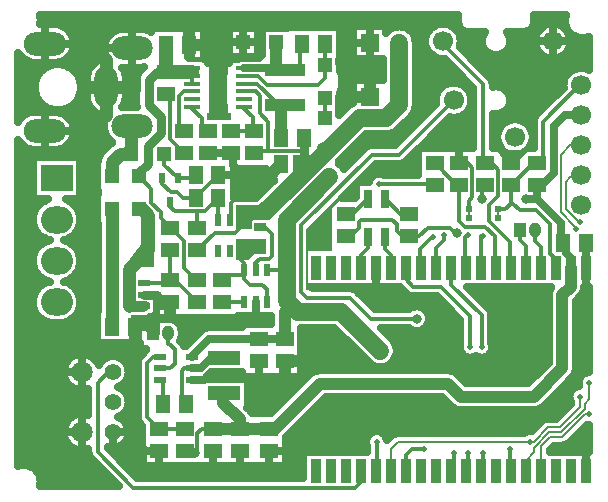
<source format=gbr>
G04 DipTrace 3.3.1.3*
G04 Top.gbr*
%MOIN*%
G04 #@! TF.FileFunction,Copper,L1,Top*
G04 #@! TF.Part,Single*
%AMOUTLINE0*
4,1,4,
0.023622,-0.023622,
-0.023622,-0.023622,
-0.023622,0.023622,
0.023622,0.023622,
0.023622,-0.023622,
0*%
G04 #@! TA.AperFunction,Conductor*
%ADD14C,0.012992*%
G04 #@! TA.AperFunction,CopperBalancing*
%ADD15C,0.03937*%
%ADD16C,0.025984*%
G04 #@! TA.AperFunction,Conductor*
%ADD17C,0.007874*%
%ADD18C,0.029528*%
%ADD19C,0.011811*%
G04 #@! TA.AperFunction,ViaPad*
%ADD20C,0.031496*%
G04 #@! TA.AperFunction,Conductor*
%ADD21C,0.059055*%
G04 #@! TA.AperFunction,ViaPad*
%ADD24C,0.019685*%
G04 #@! TA.AperFunction,Conductor*
%ADD25C,0.047244*%
G04 #@! TA.AperFunction,Nonconductor*
%ADD26C,0.043307*%
G04 #@! TA.AperFunction,CopperBalancing*
%ADD28C,0.025*%
%ADD31R,0.059055X0.051181*%
%ADD32R,0.051181X0.059055*%
%ADD34R,0.047244X0.047244*%
%ADD38R,0.031496X0.062992*%
G04 #@! TA.AperFunction,ComponentPad*
%ADD40O,0.137795X0.07874*%
%ADD41O,0.07874X0.137795*%
%ADD42O,0.141732X0.07874*%
%ADD43C,0.066929*%
%ADD44R,0.066929X0.066929*%
%ADD45R,0.05937X0.05937*%
%ADD46C,0.05937*%
%ADD47R,0.106299X0.090551*%
%ADD48O,0.106299X0.090551*%
%ADD51R,0.03937X0.051181*%
%ADD52O,0.03937X0.051181*%
%ADD55R,0.133858X0.043307*%
%ADD56R,0.106299X0.045276*%
%ADD57R,0.043307X0.133858*%
%ADD59R,0.041339X0.025591*%
%ADD61R,0.019685X0.033465*%
%ADD62R,0.019685X0.019685*%
%ADD65R,0.043307X0.023622*%
%ADD70R,0.055118X0.011811*%
%ADD71R,0.062992X0.110236*%
%ADD73R,0.023622X0.043307*%
G04 #@! TA.AperFunction,ComponentPad*
%ADD74C,0.055118*%
%ADD75C,0.070866*%
%ADD76R,0.035433X0.07874*%
%ADD77R,0.11811X0.19685*%
G04 #@! TA.AperFunction,ViaPad*
%ADD78C,0.04*%
%ADD170OUTLINE0*%
%FSLAX26Y26*%
G04*
G70*
G90*
G75*
G01*
G04 Top*
%LPD*%
X1006213Y782004D2*
D16*
X1044626D1*
X1070024Y807402D1*
X1073961D1*
X2318055Y1236535D2*
Y1153858D1*
X1928291Y1319213D2*
D17*
Y1350709D1*
X1896795Y1504252D2*
D14*
X1924354D1*
X1940102Y1488504D1*
Y1390079D1*
X1928291Y1378268D1*
Y1350709D1*
X845614Y1065276D2*
D18*
X888921D1*
Y1039685D1*
X932228D1*
X2070024Y1504252D2*
D14*
Y1492441D1*
X2136953Y1559370D1*
Y1740472D1*
X2259000Y1862520D1*
X2302307D1*
X1018843Y1388110D2*
X1005063D1*
X1003094Y1386142D1*
X975535D1*
X955850Y1405827D1*
X936165D1*
X906635Y1435357D1*
Y1455039D1*
X814118Y957008D2*
D16*
X854669D1*
X875732Y935945D1*
X1176323Y1905827D2*
D14*
X1118825D1*
X1101520Y1810639D1*
X1093646Y1755236D1*
X1018843Y1388110D2*
Y1390079D1*
X1093646Y1464882D1*
X1058213Y1535748D2*
D16*
X1136953D1*
X1131047Y1315276D2*
D14*
X1133016D1*
Y1325118D1*
X1136953Y1329055D1*
Y1370394D1*
X1172386Y1405827D1*
Y1421575D1*
X1199945Y1468819D2*
D16*
X1172386D1*
X1142858Y1498346D1*
Y1529843D1*
X1136953Y1535748D1*
X1180260Y1819213D2*
X1290496D1*
X1294433Y1815276D1*
X1314118D1*
D15*
X1286559D1*
Y1905827D1*
X1314118Y1815276D2*
D14*
Y1819213D1*
X1357425D1*
X1365299Y1827087D1*
Y1901890D1*
X1373173D1*
X920417Y1732598D2*
X932228D1*
Y1582992D1*
X979472Y1535748D1*
X1314118Y1697165D2*
D15*
X1302307D1*
Y1586929D1*
X1314118Y1697165D2*
D14*
X1294433D1*
X1223567Y1768031D1*
D19*
X1180260D1*
X1203882Y1543622D2*
D14*
X1211756Y1535748D1*
X1213724D1*
X1377110Y1586929D2*
D20*
Y1543622D1*
Y1500315D1*
Y1543622D2*
D14*
X1259000D1*
X1221598D1*
X1213724Y1535748D1*
X1180260Y1742441D2*
D19*
X1217661D1*
D14*
X1231441Y1728661D1*
Y1669606D1*
X1259000Y1642047D1*
Y1543622D1*
X1696005Y1724724D2*
D21*
Y1697163D1*
X1652701Y1653858D1*
X1564118D1*
X1453882Y1543622D1*
X1447976D1*
X1453882D2*
X1256050Y1345790D1*
D14*
X1175864D1*
X1168449Y1338375D1*
Y1315276D1*
X1377110Y1500315D2*
X1404669D1*
X1447976Y1543622D1*
X1168449Y1315276D2*
Y1291654D1*
X1148764Y1271969D1*
X1081835D1*
X1022780Y1212913D1*
X1696005Y1903856D2*
D21*
Y1724724D1*
X1136953Y1610551D2*
D14*
X1213724D1*
X1207819D1*
Y1657795D1*
D19*
X1180260Y1685354D1*
Y1691260D1*
X2156638Y1504252D2*
D14*
X2144827D1*
X2070024Y1429449D1*
X2156638Y1504252D2*
X2176323D1*
Y1642047D1*
X2296795Y1762520D1*
X2302307D1*
X2026717Y1319213D2*
D17*
Y1350709D1*
X2070024Y1429449D2*
D14*
Y1374331D1*
X2075827Y1368528D1*
X2097583Y1346772D1*
X2152701D1*
X2199945Y1299528D1*
Y1201102D1*
X2211756Y1189291D1*
Y1154252D1*
X2218055D1*
X2026717Y1350709D2*
X2050339D1*
X2068157Y1368528D1*
X2075827D1*
X1105457Y1114488D2*
X1121205Y1130236D1*
X1180260D1*
Y1145984D1*
X1168449Y1208976D2*
Y1212913D1*
X1227504D1*
X1231441Y1216850D1*
X1255063Y1039685D2*
Y1082992D1*
X1239315Y1098740D1*
X1199945D1*
X1180260Y1118425D1*
Y1145984D1*
X1168449Y1208976D2*
Y1181417D1*
X1180260Y1169606D1*
Y1145984D1*
X1164512Y618425D2*
D15*
X1262937D1*
X1282622D1*
X1432228Y768031D1*
X1849551D1*
X2268055Y1154252D2*
Y1092047D1*
X2239315Y1063307D1*
Y819213D1*
X2144827Y724724D1*
X1900732D1*
X1857425Y768031D1*
X1849551D1*
X1113331Y736535D2*
X1109394D1*
Y705039D1*
X1164512Y649921D1*
Y618425D1*
X1113331Y736535D2*
D14*
D3*
X1101520Y697165D2*
X1109394Y705039D1*
X1073961Y618425D2*
D15*
X1164512D1*
X2268055Y1154252D2*
D16*
Y1188110D1*
X2251126Y1205039D1*
Y1236535D1*
X2243252D1*
X2235378D1*
Y1303465D1*
X2156638Y1382205D1*
X2117268D1*
X2302307Y1662520D2*
X2247976D1*
X2211756Y1626299D1*
Y1468819D1*
X2176323Y1433386D1*
X2160575D1*
X2156638Y1429449D1*
Y1382205D1*
X980524Y543622D2*
D14*
X1022780D1*
Y602677D1*
X1038528Y618425D1*
X1073961D1*
X1014906Y535748D2*
X988398D1*
X980524Y543622D1*
X1727504Y1260157D2*
X1703882D1*
X1688134Y1275906D1*
Y1299528D1*
X1672386Y1315276D1*
X1570024D1*
X1562150Y1307402D1*
Y1287717D1*
X1542465Y1268031D1*
X1526717D1*
X1518843Y1260157D1*
X1888921Y1271969D2*
Y1264094D1*
X1865299Y1287717D1*
X1790496D1*
X1762937Y1260157D1*
X1727504D1*
X1983409Y1429449D2*
X1971598D1*
Y1382205D1*
X1841677Y1909764D2*
Y1901890D1*
X1975535Y1768031D1*
Y1504252D1*
X1983409D1*
X1975535D2*
Y1496378D1*
X2010969D1*
X2026717Y1480630D1*
Y1394016D1*
X1995220Y1362520D1*
Y1311339D1*
X2066087Y1240472D1*
Y1152283D1*
X2068055Y1154252D1*
X2118094Y476220D2*
D17*
X2117268D1*
Y512126D1*
X2144827Y539685D1*
Y555433D1*
X2196008Y606614D1*
X2235378D1*
X2314118Y685354D1*
Y701102D1*
X2329866Y716850D1*
Y771969D1*
X1648764Y1256220D2*
D14*
Y1216850D1*
X1668055Y1197559D1*
Y1154252D1*
X1568436Y476218D2*
Y439672D1*
X1550339Y421575D1*
X810181D1*
X692071Y539685D1*
Y771969D1*
X726717Y806614D1*
X741283D1*
X2302307Y1562520D2*
D17*
X2266087D1*
X2235378Y1531811D1*
Y1338898D1*
X2282622Y1291654D1*
Y1283780D1*
X2286559D1*
X2133016Y575118D2*
X1692071D1*
X1668436Y551483D1*
Y476218D1*
X2133016Y575118D2*
X2144827D1*
X2192071Y622362D1*
X2231441D1*
X2298370Y689291D1*
Y724724D1*
X1648764Y1382205D2*
D14*
X1652701D1*
X1699945Y1334961D1*
X1727504D1*
X1932228Y890079D2*
Y992441D1*
X1833803Y1090866D1*
X1743252D1*
X1718055Y1116063D1*
Y1154252D1*
X1621205Y575118D2*
Y478987D1*
X1618436Y476218D1*
X829866Y1350709D2*
D26*
X837782D1*
X857446Y1331045D1*
Y1224724D1*
X845614Y1027874D2*
D14*
X794433D1*
D26*
Y1149921D1*
X857446Y1212934D1*
Y1224724D1*
X932228Y1114488D2*
D14*
X947976D1*
X1022780Y1039685D1*
X845614Y1102677D2*
X920417D1*
X932228Y1114488D1*
Y1212913D2*
Y1114488D1*
X1924354Y1264094D2*
X1916480Y1256220D1*
Y1189291D1*
X1918055Y1187717D1*
Y1154252D1*
X1971598Y890079D2*
Y996378D1*
X1869236Y1098740D1*
Y1118425D1*
X1868055Y1119606D1*
Y1154252D1*
X1975535Y1260157D2*
X1968055D1*
Y1154252D1*
X739315Y1460945D2*
D26*
Y1508189D1*
X764909Y1533783D1*
X802308D1*
Y1622364D1*
X806244Y1626299D1*
X1007031Y1742441D2*
D19*
X977504D1*
D14*
X963724Y1728661D1*
Y1610551D1*
X979472D1*
X1180260Y1793622D2*
D19*
X1225535D1*
D14*
X1255063Y1764094D1*
X1424354D1*
X1447976Y1787717D1*
Y1831024D1*
Y1901890D1*
X1231441Y1291654D2*
X1247189D1*
X1270811Y1268031D1*
Y1193228D1*
X1262937Y1185354D1*
X1231441D1*
X1215693Y1169606D1*
Y1145984D1*
X1217661D1*
X1093646Y1388110D2*
Y1315276D1*
X932228Y1372362D2*
Y1358583D1*
X947976Y1342835D1*
X1022780D1*
X1048370D1*
X1093646Y1388110D1*
X1022780Y1287717D2*
Y1342835D1*
X1007031Y1691260D2*
D19*
Y1685354D1*
D14*
X1038528Y1653858D1*
Y1630236D1*
X1058213Y1610551D1*
X899913Y782004D2*
X905450D1*
X909449Y778005D1*
Y700988D1*
X1006213Y819406D2*
D16*
X1034783D1*
X1070024Y854646D1*
X1113331D1*
X1006213Y819406D2*
D14*
X979665D1*
X971598Y811339D1*
Y720787D1*
X984252Y708134D1*
Y700988D1*
X2302307Y1462520D2*
D17*
X2281047D1*
X2286559Y1457008D1*
X2266874D1*
X2251126Y1441260D1*
Y1350709D1*
X2294433Y1307402D1*
X2298370D1*
X2168094Y476220D2*
Y559016D1*
X2199945Y590866D1*
X2239315D1*
X2314118Y665669D1*
X2329866D1*
X895328Y618425D2*
D14*
X980524D1*
X899913Y856807D2*
X875335D1*
X855958Y837430D1*
Y657795D1*
X895328Y618425D1*
X1447976Y1720787D2*
Y1653858D1*
X1593646Y1382205D2*
X1589709D1*
X1542465Y1334961D1*
X1518843D1*
X1007031Y1793622D2*
D19*
Y1819213D1*
Y1768031D2*
Y1793622D1*
X920417Y1807402D2*
D20*
X888921D1*
X861362Y1779843D1*
Y1697165D1*
X900732Y1657795D1*
Y1602677D1*
X857425Y1559370D1*
Y1500315D1*
X829866Y1472756D1*
Y1460945D1*
X932228Y1287717D2*
D14*
Y1291654D1*
X979472Y1244409D1*
Y1153858D1*
X1018843Y1114488D1*
X1022780D1*
X829866Y1460945D2*
X833803D1*
Y1453071D1*
X869236Y1417638D1*
Y1370394D1*
X900732Y1338898D1*
Y1319213D1*
X932228Y1287717D1*
X920417Y1897953D2*
D25*
Y1807402D1*
X1007031Y1819213D2*
D14*
Y1807402D1*
D25*
X967661D1*
X920417D1*
X1593646Y1256220D2*
D14*
Y1220787D1*
X1568395Y1195537D1*
Y1154248D1*
X1105457Y1039685D2*
X1180260D1*
X1814118Y1504252D2*
X1837740D1*
Y1480630D1*
X1873173Y1445197D1*
Y1429449D1*
X1896795D1*
Y1311339D1*
X1916480Y1291654D1*
X1983409D1*
X2014906Y1260157D1*
Y1154252D1*
X2018055D1*
X1778685Y551496D2*
X1739315D1*
X1718436Y530617D1*
Y476218D1*
X1877110Y535748D2*
Y484892D1*
X1868436Y476218D1*
X1924354Y535748D2*
Y482480D1*
X1918094Y476220D1*
X1975535Y535748D2*
Y483661D1*
X1968094Y476220D1*
X2066087Y551496D2*
Y508189D1*
X2062150Y504252D1*
Y476220D1*
X2068094D1*
X899913Y819406D2*
X932421D1*
X947976Y834961D1*
Y882205D1*
X928291Y901890D1*
X925732Y899331D1*
Y935945D1*
X2168055Y1154252D2*
Y1225118D1*
X2148764Y1244409D1*
Y1279843D1*
X2118055Y1154252D2*
Y1227874D1*
X2098764Y1247165D1*
Y1279843D1*
X739315Y1102677D2*
D26*
Y1027874D1*
X739336Y1224724D2*
Y1189312D1*
X739315Y1189291D1*
Y1102677D1*
Y1350709D2*
Y1224724D1*
X739336D1*
X739315Y957008D2*
Y1027874D1*
X912545Y1533783D2*
D14*
Y1498345D1*
X953882Y1457008D1*
X959790D1*
X957822Y1455039D1*
X1018843Y1464882D2*
Y1453071D1*
X959790D1*
X957822Y1455039D1*
X1629079Y1433386D2*
X1814118D1*
Y1429449D1*
X1006213Y856807D2*
D16*
Y861701D1*
X1062150Y917638D1*
X1089709D1*
X1314118D1*
X1227504D2*
X1089709D1*
X1314118D2*
X1318055D1*
X1463724Y1457008D2*
D21*
X1321992Y1315276D1*
Y1254252D1*
Y1145984D1*
Y1043622D1*
X1357425Y1008189D1*
X1503094D1*
X1633016Y878268D1*
X1255063Y1145984D2*
D14*
X1321992D1*
X1314118Y917638D2*
D15*
Y1008189D1*
D20*
X1357425D1*
X1755063Y984567D2*
D14*
X1601520D1*
X1530654Y1055433D1*
X1388921D1*
X1369236Y1075118D1*
Y1295591D1*
X1605457Y1531811D1*
X1696008D1*
X1877110Y1712913D1*
X1845614Y1264094D2*
Y1248346D1*
X1818055Y1220787D1*
Y1154252D1*
X1810181Y1256220D2*
X1806244D1*
X1766874Y1216850D1*
Y1155433D1*
X1768055Y1154252D1*
D15*
X1463724Y1457008D3*
D78*
X1849551Y768031D3*
X2321992Y594803D3*
D24*
X1975535Y1260157D3*
X1971598Y890079D3*
X1924354Y1264094D3*
X1932228Y890079D3*
X1845614Y1264094D3*
X1810181Y1256220D3*
X2298370Y724724D3*
X2329866Y771969D3*
Y665669D3*
X2298370Y1307402D3*
X2286559Y1283780D3*
D15*
X1633016Y878268D3*
D20*
X1755063Y984567D3*
D78*
X1814118Y1043622D3*
D20*
X2117268Y1382205D3*
D24*
X1629079Y1433386D3*
D20*
X1971598Y1382205D3*
D78*
X2243252Y551496D3*
D20*
X1888921Y1271969D3*
D78*
X1207819Y697165D3*
X2188134Y1075118D3*
X1680260D3*
D20*
X1014906Y535748D3*
D78*
X1566087Y1075118D3*
X1947976D3*
X2188134Y866457D3*
X877110Y468819D3*
D20*
X1199945Y1468819D3*
D78*
X660575Y1111535D3*
D20*
X1231441Y1421575D3*
D78*
X1207819Y468819D3*
Y778530D3*
X660575Y1396969D3*
Y1539685D3*
Y968819D3*
D24*
X2133016Y575118D3*
X1081835Y1722756D3*
D78*
X660575Y1254252D3*
X1270811Y1966850D3*
D24*
X1109394Y1722756D3*
D20*
X1172386Y1421575D3*
X1207819Y980630D3*
D24*
X1778685Y551496D3*
X1877110Y535748D3*
X1924354D3*
X1975535D3*
D78*
X1434197Y689291D3*
D24*
X2066087Y551496D3*
D78*
X1434197Y590866D3*
D24*
X1066087Y1870394D3*
D78*
X1727504Y1966850D3*
D24*
X1109394Y1870394D3*
D78*
X2070024Y1075118D3*
Y866457D3*
X2077898Y645984D3*
D24*
X1621205Y575118D3*
X1081835Y1677480D3*
X1109394D3*
X1095614Y1699134D3*
X1066087Y1911732D3*
X1109394D3*
X1087740Y1892047D3*
X502497Y1970820D2*
D28*
X1889803D1*
X2147858D2*
X2247245D1*
X596262Y1945951D2*
X749583D1*
X1048618D2*
X1124896D1*
X1501369D2*
X1540076D1*
X1733898D2*
X1792880D1*
X1890497D2*
X1904731D1*
X2132966D2*
X2159006D1*
X610687Y1921083D2*
X719799D1*
X1048618D2*
X1124896D1*
X1501369D2*
X1540076D1*
X1750728D2*
X1781505D1*
X1901836D2*
X1970758D1*
X2066939D2*
X2147631D1*
X2267999D2*
X2292137D1*
X613343Y1896214D2*
X710326D1*
X1048618D2*
X1124896D1*
X1501369D2*
X1540076D1*
X1753348D2*
X1781971D1*
X1901370D2*
X1971368D1*
X2066294D2*
X2148133D1*
X2267496D2*
X2327841D1*
X605915Y1871345D2*
X711259D1*
X1048618D2*
X1124896D1*
X1501369D2*
X1540076D1*
X1753348D2*
X1794710D1*
X1919707D2*
X1989346D1*
X2048351D2*
X2160836D1*
X2254793D2*
X2327841D1*
X428719Y1846476D2*
X447546D1*
X582267D2*
X694860D1*
X1062398D2*
X1124896D1*
X1499395D2*
X1638650D1*
X1753348D2*
X1849613D1*
X1944574D2*
X2327841D1*
X428719Y1821608D2*
X513932D1*
X602470D2*
X663282D1*
X1499395D2*
X1638650D1*
X1753348D2*
X1874480D1*
X1969442D2*
X2327841D1*
X428719Y1796739D2*
X489530D1*
X626871D2*
X653378D1*
X785874D2*
X821423D1*
X1506931D2*
X1638650D1*
X1753348D2*
X1899348D1*
X1994310D2*
X2252018D1*
X428719Y1771870D2*
X479698D1*
X636703D2*
X652445D1*
X786807D2*
X817799D1*
X1506931D2*
X1540076D1*
X1753348D2*
X1924216D1*
X2009597D2*
X2241791D1*
X428719Y1747001D2*
X478657D1*
X637744D2*
X652445D1*
X786807D2*
X817799D1*
X1506357D2*
X1540076D1*
X1753348D2*
X1826719D1*
X1927494D2*
X1941225D1*
X2053662D2*
X2233789D1*
X428719Y1722133D2*
X486014D1*
X630424D2*
X652624D1*
X786663D2*
X817799D1*
X1499395D2*
X1540076D1*
X1753455D2*
X1816563D1*
X2067406D2*
X2208921D1*
X428719Y1697264D2*
X505283D1*
X611154D2*
X659514D1*
X779738D2*
X817799D1*
X1499395D2*
X1528090D1*
X1753348D2*
X1813980D1*
X2065612D2*
X2184053D1*
X428719Y1672395D2*
X461971D1*
X567842D2*
X681977D1*
X1747427D2*
X1789112D1*
X1922183D2*
X1941225D1*
X2045086D2*
X2159186D1*
X601968Y1647526D2*
X713125D1*
X1726434D2*
X1764244D1*
X1859206D2*
X1941225D1*
X2009848D2*
X2063698D1*
X2099953D2*
X2142499D1*
X612446Y1622657D2*
X709644D1*
X1701567D2*
X1739377D1*
X1834338D2*
X1941225D1*
X2009848D2*
X2029895D1*
X612302Y1597789D2*
X716175D1*
X1588101D2*
X1714509D1*
X1809470D2*
X1941225D1*
X601501Y1572920D2*
X736449D1*
X1563233D2*
X1689641D1*
X1784603D2*
X1941225D1*
X2009848D2*
X2023364D1*
X428719Y1548051D2*
X464268D1*
X565545D2*
X710254D1*
X1538365D2*
X1574202D1*
X428719Y1523182D2*
X473311D1*
X635232D2*
X692312D1*
X1513498D2*
X1549334D1*
X1734867D2*
X1756780D1*
X428719Y1498314D2*
X473311D1*
X635232D2*
X687898D1*
X1502302D2*
X1524466D1*
X1619428D2*
X1756780D1*
X428719Y1473445D2*
X473311D1*
X635232D2*
X687898D1*
X1147048D2*
X1248911D1*
X1594560D2*
X1756780D1*
X428719Y1448576D2*
X473311D1*
X635232D2*
X687898D1*
X1147048D2*
X1248911D1*
X1569692D2*
X1594871D1*
X428719Y1423707D2*
X473311D1*
X635232D2*
X687898D1*
X1147048D2*
X1253899D1*
X428719Y1398839D2*
X473311D1*
X635232D2*
X687898D1*
X1147048D2*
X1229032D1*
X1519957D2*
X1550087D1*
X428719Y1373970D2*
X504673D1*
X603869D2*
X687898D1*
X428719Y1349101D2*
X481959D1*
X626620D2*
X687898D1*
X428719Y1324232D2*
X473885D1*
X634658D2*
X687898D1*
X428719Y1299364D2*
X475141D1*
X633402D2*
X689836D1*
X428719Y1274495D2*
X486301D1*
X622278D2*
X689836D1*
X428719Y1249626D2*
X517951D1*
X590592D2*
X689836D1*
X428719Y1224757D2*
X491504D1*
X617075D2*
X689836D1*
X428719Y1199888D2*
X476971D1*
X631572D2*
X689836D1*
X428719Y1175020D2*
X473347D1*
X635196D2*
X689836D1*
X428719Y1150151D2*
X478837D1*
X629742D2*
X689836D1*
X428719Y1125282D2*
X496384D1*
X612159D2*
X689836D1*
X428719Y1100413D2*
X507939D1*
X600640D2*
X689836D1*
X428719Y1075545D2*
X483107D1*
X625436D2*
X689836D1*
X1558030D2*
X1711100D1*
X1939909D2*
X2193527D1*
X2312423D2*
X2327841D1*
X428719Y1050676D2*
X474172D1*
X634371D2*
X689836D1*
X1582898D2*
X1826503D1*
X1964777D2*
X2191804D1*
X2292830D2*
X2327841D1*
X428719Y1025807D2*
X474710D1*
X633869D2*
X689836D1*
X1607765D2*
X1851371D1*
X1989645D2*
X2191804D1*
X2286802D2*
X2327841D1*
X428719Y1000938D2*
X484901D1*
X623642D2*
X685924D1*
X1795224D2*
X1876239D1*
X2005578D2*
X2191804D1*
X2286802D2*
X2327841D1*
X428719Y976070D2*
X513322D1*
X595221D2*
X685924D1*
X957436D2*
X1266638D1*
X1797736D2*
X1897913D1*
X2005900D2*
X2191804D1*
X2286802D2*
X2327841D1*
X428719Y951201D2*
X685924D1*
X972257D2*
X1041178D1*
X1371468D2*
X1480042D1*
X1640133D2*
X1728647D1*
X1781481D2*
X1897913D1*
X2005900D2*
X2191804D1*
X2286802D2*
X2327841D1*
X428719Y926332D2*
X685924D1*
X973082D2*
X1014157D1*
X1371468D2*
X1504909D1*
X1665001D2*
X1897913D1*
X2005900D2*
X2191804D1*
X2286802D2*
X2327841D1*
X428719Y901463D2*
X828241D1*
X975773D2*
X989289D1*
X1371468D2*
X1529777D1*
X1685204D2*
X1896478D1*
X2007372D2*
X2191804D1*
X2286802D2*
X2327841D1*
X428719Y876594D2*
X847655D1*
X1371468D2*
X1554645D1*
X1690335D2*
X1897267D1*
X2006546D2*
X2191804D1*
X2286802D2*
X2327841D1*
X428719Y851726D2*
X594958D1*
X681308D2*
X711223D1*
X771341D2*
X825047D1*
X1371468D2*
X1579512D1*
X1683517D2*
X2191804D1*
X2286802D2*
X2327841D1*
X428719Y826857D2*
X578380D1*
X792620D2*
X821638D1*
X1371468D2*
X1611414D1*
X1654594D2*
X2180824D1*
X2286802D2*
X2327841D1*
X428719Y801988D2*
X575078D1*
X796460D2*
X821638D1*
X1074024D2*
X1170182D1*
X1371468D2*
X1400199D1*
X1889456D2*
X2155956D1*
X2283393D2*
X2309074D1*
X428719Y777119D2*
X582542D1*
X787668D2*
X821638D1*
X1194308D2*
X1375188D1*
X1914468D2*
X2131088D1*
X2263370D2*
X2292603D1*
X428719Y752251D2*
X608522D1*
X770480D2*
X821638D1*
X1194308D2*
X1350320D1*
X2238502D2*
X2274015D1*
X428719Y727382D2*
X657755D1*
X792405D2*
X821638D1*
X1194308D2*
X1325452D1*
X2213634D2*
X2260810D1*
X428719Y702513D2*
X657755D1*
X796496D2*
X821638D1*
X1194308D2*
X1300585D1*
X1432830D2*
X1856825D1*
X2188766D2*
X2266623D1*
X428719Y677644D2*
X657755D1*
X788027D2*
X821638D1*
X1202454D2*
X1275717D1*
X1407962D2*
X2242868D1*
X428719Y652776D2*
X596142D1*
X769547D2*
X822033D1*
X1383095D2*
X2218000D1*
X428719Y627907D2*
X578738D1*
X792190D2*
X838002D1*
X1358227D2*
X2153767D1*
X428719Y603038D2*
X575006D1*
X796532D2*
X838002D1*
X1333359D2*
X1597347D1*
X1645049D2*
X1680849D1*
X2295342D2*
X2327841D1*
X428719Y578169D2*
X581968D1*
X788350D2*
X838002D1*
X1320261D2*
X1583675D1*
X2270475D2*
X2327841D1*
X428719Y553301D2*
X606513D1*
X726378D2*
X838002D1*
X1320261D2*
X1586905D1*
X2206242D2*
X2327841D1*
X428719Y528432D2*
X659837D1*
X750815D2*
X838002D1*
X1320261D2*
X1372891D1*
X428719Y503563D2*
X680721D1*
X775683D2*
X838002D1*
X1320261D2*
X1372891D1*
X489255Y478694D2*
X705589D1*
X800551D2*
X1372891D1*
X501922Y453825D2*
X730457D1*
X825418D2*
X1372891D1*
X501994Y428957D2*
X755324D1*
X1268466Y968539D2*
X1269148D1*
X1269122Y992743D1*
X1160290Y992720D1*
X1160296Y988783D1*
X877390D1*
Y990757D1*
X867352Y990752D1*
X865017Y989592D1*
X865020Y986849D1*
X920729Y986846D1*
Y986566D1*
X925732Y986846D1*
X932771Y986292D1*
X939637Y984644D1*
X946160Y981942D1*
X952180Y978253D1*
X957549Y973667D1*
X962135Y968298D1*
X965824Y962278D1*
X968526Y955755D1*
X970174Y948889D1*
X970729Y941850D1*
X970590Y926509D1*
X969485Y919535D1*
X967303Y912820D1*
X965723Y909431D1*
X972163Y902862D1*
X975096Y898824D1*
X977621Y893929D1*
X984259D1*
X1037274Y946764D1*
X1042136Y950297D1*
X1047492Y953025D1*
X1053208Y954883D1*
X1059144Y955823D1*
X1108081Y955941D1*
X1172637D1*
X1172665Y968539D1*
X1268466D1*
X1368957Y953360D2*
Y791933D1*
X1172665D1*
Y806696D1*
X1076209Y806697D1*
X1059659Y790280D1*
X1054787Y786741D1*
X1053243Y784484D1*
X1191792D1*
Y688586D1*
X1189459D1*
X1198727Y679144D1*
X1202877Y673432D1*
X1204609Y670337D1*
X1210723Y669327D1*
X1269855D1*
X1403006Y802247D1*
X1408718Y806397D1*
X1415009Y809603D1*
X1421724Y811784D1*
X1428698Y812889D1*
X1459787Y813028D1*
X1845996Y813203D1*
X1853106D1*
X1860956Y812889D1*
X1867929Y811784D1*
X1874644Y809602D1*
X1880936Y806397D1*
X1886648Y802247D1*
X1908729Y780361D1*
X1919361Y769730D1*
X2126193Y769721D1*
X2194333Y837865D1*
X2194458Y1066837D1*
X2195562Y1073811D1*
X2197744Y1080526D1*
X2200957Y1086829D1*
X2201896Y1089571D1*
X1923369D1*
X1995785Y1017035D1*
X1998718Y1012997D1*
X2000984Y1008550D1*
X2002527Y1003803D1*
X2003307Y998874D1*
X2003406Y932073D1*
Y905053D1*
X2005031Y900942D1*
X2006319Y895578D1*
X2006752Y890079D1*
X2006319Y884580D1*
X2005031Y879216D1*
X2002920Y874119D1*
X2000038Y869416D1*
X1996456Y865221D1*
X1992261Y861639D1*
X1987558Y858757D1*
X1982461Y856646D1*
X1977098Y855358D1*
X1971598Y854925D1*
X1966099Y855358D1*
X1960735Y856646D1*
X1955639Y858757D1*
X1951931Y860974D1*
X1948188Y858757D1*
X1943091Y856646D1*
X1937728Y855358D1*
X1932228Y854925D1*
X1926729Y855358D1*
X1921365Y856646D1*
X1916269Y858757D1*
X1911566Y861639D1*
X1907371Y865221D1*
X1903789Y869416D1*
X1900906Y874119D1*
X1898795Y879216D1*
X1897508Y884580D1*
X1897075Y890079D1*
X1897508Y895578D1*
X1898795Y900942D1*
X1900423Y904990D1*
X1900421Y979251D1*
X1820649Y1059038D1*
X1740756Y1059157D1*
X1735827Y1059938D1*
X1731080Y1061480D1*
X1726633Y1063746D1*
X1722595Y1066680D1*
X1699556Y1089580D1*
X1401030Y1089567D1*
X1407294Y1087240D1*
X1533149Y1087142D1*
X1538079Y1086361D1*
X1542826Y1084819D1*
X1547273Y1082553D1*
X1551311Y1079619D1*
X1598615Y1032454D1*
X1614676Y1016392D1*
X1729088Y1016374D1*
X1733610Y1019576D1*
X1739350Y1022501D1*
X1745478Y1024492D1*
X1751842Y1025499D1*
X1758284D1*
X1764648Y1024492D1*
X1770776Y1022501D1*
X1776516Y1019576D1*
X1781729Y1015788D1*
X1786285Y1011233D1*
X1790072Y1006020D1*
X1792997Y1000280D1*
X1794988Y994152D1*
X1795995Y987788D1*
Y981345D1*
X1794988Y974982D1*
X1792997Y968854D1*
X1790072Y963114D1*
X1786285Y957901D1*
X1781729Y953345D1*
X1776516Y949558D1*
X1770776Y946633D1*
X1764648Y944642D1*
X1758284Y943634D1*
X1751842D1*
X1745478Y944642D1*
X1739350Y946633D1*
X1733610Y949558D1*
X1729139Y952761D1*
X1636107Y952760D1*
X1674715Y913883D1*
X1679773Y906921D1*
X1683680Y899254D1*
X1686339Y891070D1*
X1687685Y882570D1*
Y873965D1*
X1686339Y865466D1*
X1683680Y857282D1*
X1679773Y849615D1*
X1674715Y842653D1*
X1668631Y836568D1*
X1661669Y831510D1*
X1654002Y827603D1*
X1645818Y824944D1*
X1637318Y823598D1*
X1628713D1*
X1620214Y824944D1*
X1612030Y827603D1*
X1604363Y831510D1*
X1597401Y836568D1*
X1581247Y852482D1*
X1480386Y953344D1*
X1368924Y953350D1*
X878702Y1952791D2*
X1046122D1*
Y1850428D1*
X1059902Y1850429D1*
Y1835681D1*
X1127389Y1835665D1*
X1127390Y1850429D1*
X1158071D1*
X1162871Y1853341D1*
X1168423Y1855641D1*
X1173519Y1856895D1*
X1127390Y1856893D1*
Y1954760D1*
X1225256D1*
Y1862243D1*
X1237631Y1862240D1*
X1237626Y1954760D1*
X1322277D1*
X1322272Y1956728D1*
X1498878D1*
Y1847051D1*
X1496904D1*
X1497127Y1813245D1*
X1499671Y1810266D1*
X1501718Y1806925D1*
X1503218Y1803306D1*
X1504132Y1799496D1*
X1504440Y1795591D1*
X1504363Y1750325D1*
X1503750Y1746455D1*
X1502539Y1742729D1*
X1500761Y1739238D1*
X1498458Y1736068D1*
X1497121Y1734624D1*
X1496910Y1723788D1*
Y1664216D1*
X1528503Y1695558D1*
X1535465Y1700616D1*
X1542589Y1704636D1*
Y1779720D1*
X1641167Y1779843D1*
Y1848848D1*
X1542589Y1848859D1*
Y1958851D1*
X1652582D1*
Y1937601D1*
X1657117Y1942744D1*
X1663679Y1948348D1*
X1671038Y1952857D1*
X1679011Y1956160D1*
X1687402Y1958175D1*
X1696005Y1958852D1*
X1704609Y1958175D1*
X1713000Y1956160D1*
X1720973Y1952857D1*
X1728331Y1948348D1*
X1734893Y1942744D1*
X1740498Y1936182D1*
X1745007Y1928823D1*
X1748310Y1920850D1*
X1750324Y1912459D1*
X1751001Y1903856D1*
X1750844Y1876297D1*
X1751001Y1724724D1*
X1750844Y1697163D1*
X1750169Y1688584D1*
X1748160Y1680217D1*
X1744867Y1672267D1*
X1740371Y1664929D1*
X1734782Y1658386D1*
X1688316Y1612159D1*
X1681354Y1607101D1*
X1673687Y1603194D1*
X1665503Y1600535D1*
X1657003Y1599189D1*
X1634328Y1599020D1*
X1586853D1*
X1496919Y1509106D1*
X1496910Y1500668D1*
X1502501Y1495785D1*
X1508090Y1489241D1*
X1511855Y1483210D1*
X1584800Y1555997D1*
X1588837Y1558931D1*
X1593285Y1561197D1*
X1598031Y1562739D1*
X1602961Y1563520D1*
X1669761Y1563618D1*
X1682859D1*
X1819645Y1700431D1*
X1818516Y1708302D1*
Y1717525D1*
X1819959Y1726634D1*
X1822809Y1735406D1*
X1826996Y1743624D1*
X1832417Y1751085D1*
X1838939Y1757607D1*
X1846400Y1763028D1*
X1854618Y1767215D1*
X1863389Y1770065D1*
X1872499Y1771508D1*
X1881722D1*
X1890831Y1770065D1*
X1899603Y1767215D1*
X1907820Y1763028D1*
X1915282Y1757607D1*
X1921804Y1751085D1*
X1927225Y1743624D1*
X1931412Y1735406D1*
X1934262Y1726634D1*
X1935705Y1717525D1*
Y1708302D1*
X1934262Y1699192D1*
X1931412Y1690421D1*
X1927225Y1682203D1*
X1921804Y1674742D1*
X1915282Y1668220D1*
X1907820Y1662799D1*
X1899603Y1658612D1*
X1890831Y1655762D1*
X1881722Y1654319D1*
X1872499D1*
X1864680Y1655505D1*
X1764333Y1555154D1*
X1943750Y1555153D1*
X1943728Y1754831D1*
X1847311Y1851274D1*
X1841677Y1850988D1*
X1832483Y1851712D1*
X1823515Y1853865D1*
X1814994Y1857394D1*
X1807130Y1862213D1*
X1800117Y1868203D1*
X1794127Y1875216D1*
X1789308Y1883080D1*
X1785778Y1891601D1*
X1783625Y1900569D1*
X1782902Y1909764D1*
X1783625Y1918958D1*
X1785778Y1927926D1*
X1789308Y1936447D1*
X1794127Y1944311D1*
X1800117Y1951324D1*
X1807130Y1957314D1*
X1814994Y1962133D1*
X1823515Y1965663D1*
X1832483Y1967816D1*
X1841677Y1968539D1*
X1850872Y1967816D1*
X1859840Y1965663D1*
X1868361Y1962133D1*
X1876225Y1957314D1*
X1883238Y1951324D1*
X1889228Y1944311D1*
X1894047Y1936447D1*
X1897576Y1927926D1*
X1899729Y1918958D1*
X1900453Y1909764D1*
X1899729Y1900569D1*
X1897576Y1891601D1*
X1897408Y1891144D1*
X1999722Y1788689D1*
X2002656Y1784651D1*
X2004921Y1780204D1*
X2006464Y1775457D1*
X2007245Y1770527D1*
X2007343Y1758450D1*
X2015158Y1759733D1*
X2022527D1*
X2029806Y1758580D1*
X2036815Y1756303D1*
X2043381Y1752957D1*
X2049344Y1748626D1*
X2054555Y1743414D1*
X2058886Y1737452D1*
X2062232Y1730886D1*
X2064509Y1723877D1*
X2065662Y1716598D1*
Y1709229D1*
X2064509Y1701950D1*
X2062232Y1694941D1*
X2058886Y1688374D1*
X2054555Y1682412D1*
X2049344Y1677201D1*
X2043381Y1672870D1*
X2036815Y1669524D1*
X2029806Y1667246D1*
X2022527Y1666094D1*
X2015158D1*
X2007338Y1667399D1*
X2007343Y1555131D1*
X2035181Y1555153D1*
X2031720Y1560156D1*
X2027533Y1568374D1*
X2024683Y1577145D1*
X2023240Y1586255D1*
Y1595478D1*
X2024683Y1604587D1*
X2027533Y1613359D1*
X2031720Y1621576D1*
X2037141Y1629038D1*
X2043663Y1635559D1*
X2051124Y1640981D1*
X2059342Y1645168D1*
X2068114Y1648018D1*
X2077223Y1649461D1*
X2086446D1*
X2095556Y1648018D1*
X2104327Y1645168D1*
X2112545Y1640981D1*
X2120006Y1635559D1*
X2126528Y1629038D1*
X2131949Y1621576D1*
X2136136Y1613359D1*
X2138986Y1604587D1*
X2140429Y1595478D1*
Y1586255D1*
X2138986Y1577145D1*
X2136136Y1568374D1*
X2131949Y1560156D1*
X2128459Y1555144D1*
X2144537Y1555153D1*
X2144614Y1644543D1*
X2145395Y1649472D1*
X2146937Y1654219D1*
X2149203Y1658666D1*
X2152136Y1662704D1*
X2199302Y1710008D1*
X2244036Y1754743D1*
X2243531Y1762520D1*
X2244255Y1771714D1*
X2246408Y1780682D1*
X2249938Y1789203D1*
X2254757Y1797067D1*
X2260746Y1804080D1*
X2267760Y1810070D1*
X2275624Y1814889D1*
X2284144Y1818419D1*
X2293113Y1820572D1*
X2302307Y1821295D1*
X2311502Y1820572D1*
X2320470Y1818419D1*
X2328991Y1814889D1*
X2330328Y1814140D1*
X2330334Y1925250D1*
X2323798Y1922666D1*
X2315131Y1920585D1*
X2306244Y1919886D1*
X2297358Y1920585D1*
X2288690Y1922666D1*
X2280454Y1926077D1*
X2272854Y1930735D1*
X2266075Y1936524D1*
X2260286Y1943303D1*
X2255629Y1950903D1*
X2252217Y1959139D1*
X2250136Y1967806D1*
X2249437Y1976693D1*
X2250136Y1985579D1*
X2252217Y1994247D1*
X2252754Y1995702D1*
X2145508Y1995689D1*
X2145429Y1971286D1*
X2143245Y1960898D1*
X2141911Y1958280D1*
X2136428Y1950350D1*
X2134194Y1948442D1*
X2126097Y1943218D1*
X2123303Y1942310D1*
X2113331Y1940571D1*
X2054301D1*
X2058886Y1934303D1*
X2062232Y1927736D1*
X2064509Y1920727D1*
X2065662Y1913449D1*
Y1906079D1*
X2064509Y1898800D1*
X2062232Y1891791D1*
X2058886Y1885225D1*
X2054555Y1879263D1*
X2049344Y1874052D1*
X2043381Y1869720D1*
X2036815Y1866374D1*
X2029806Y1864097D1*
X2022527Y1862944D1*
X2015158D1*
X2007879Y1864097D1*
X2000870Y1866374D1*
X1994304Y1869720D1*
X1988341Y1874052D1*
X1983130Y1879263D1*
X1978799Y1885225D1*
X1975453Y1891791D1*
X1973176Y1898800D1*
X1972023Y1906079D1*
Y1913449D1*
X1973176Y1920727D1*
X1975453Y1927736D1*
X1978799Y1934303D1*
X1983414Y1940572D1*
X1922885Y1940658D1*
X1912497Y1942841D1*
X1909878Y1944175D1*
X1901948Y1949658D1*
X1900040Y1951893D1*
X1894816Y1959989D1*
X1893908Y1962784D1*
X1892169Y1972756D1*
Y1995686D1*
X498835Y1995689D1*
X500147Y1989517D1*
X500846Y1980630D1*
X500147Y1971743D1*
X499055Y1966580D1*
X550258Y1966456D1*
X557554Y1965602D1*
X564705Y1963927D1*
X571621Y1961452D1*
X578211Y1958209D1*
X584391Y1954239D1*
X590081Y1949594D1*
X595208Y1944335D1*
X599706Y1938527D1*
X603516Y1932248D1*
X606589Y1925577D1*
X608887Y1918600D1*
X610379Y1911408D1*
X611045Y1904093D1*
X610848Y1896385D1*
X609808Y1889113D1*
X607951Y1882007D1*
X605300Y1875157D1*
X601889Y1868652D1*
X597763Y1862575D1*
X592975Y1857005D1*
X587585Y1852015D1*
X581665Y1847667D1*
X575290Y1844018D1*
X568543Y1841116D1*
X561510Y1838998D1*
X554282Y1837691D1*
X546402Y1837209D1*
X478453Y1837399D1*
X471174Y1838377D1*
X464052Y1840173D1*
X457179Y1842766D1*
X450645Y1846121D1*
X444534Y1850195D1*
X438923Y1854936D1*
X433887Y1860283D1*
X429489Y1866165D1*
X426198Y1871728D1*
X426201Y1640699D1*
X430315Y1647492D1*
X434846Y1653274D1*
X440002Y1658504D1*
X445719Y1663116D1*
X451922Y1667050D1*
X458530Y1670256D1*
X465460Y1672692D1*
X472621Y1674326D1*
X479921Y1675138D1*
X518318Y1675232D1*
X552090Y1674982D1*
X559359Y1673921D1*
X566460Y1672044D1*
X573302Y1669373D1*
X579798Y1665944D1*
X585862Y1661800D1*
X591418Y1656996D1*
X596394Y1651593D1*
X600725Y1645660D1*
X604355Y1639275D1*
X607238Y1632519D1*
X609336Y1625480D1*
X610623Y1618249D1*
X611083Y1610551D1*
X610666Y1603218D1*
X609420Y1595979D1*
X607361Y1588928D1*
X604517Y1582156D1*
X600923Y1575751D1*
X596626Y1569794D1*
X591681Y1564362D1*
X586152Y1559526D1*
X580111Y1555349D1*
X573635Y1551883D1*
X566808Y1549173D1*
X559718Y1547256D1*
X552455Y1546154D1*
X544564Y1545870D1*
X478453Y1546060D1*
X471174Y1547038D1*
X464052Y1548835D1*
X457179Y1551427D1*
X450645Y1554782D1*
X444534Y1558857D1*
X438923Y1563598D1*
X433887Y1568944D1*
X429489Y1574827D1*
X426198Y1580390D1*
X426201Y495204D1*
X435153Y497368D1*
X444039Y498067D1*
X452926Y497368D1*
X461594Y495287D1*
X469829Y491875D1*
X477430Y487218D1*
X484208Y481429D1*
X489997Y474650D1*
X494655Y467050D1*
X498066Y458814D1*
X500147Y450146D1*
X500846Y441260D1*
X500147Y432373D1*
X498771Y426204D1*
X760593Y426201D1*
X667884Y519028D1*
X664951Y523066D1*
X662685Y527513D1*
X661142Y532260D1*
X660362Y537189D1*
X660264Y550056D1*
X652571Y547611D1*
X645344Y546300D1*
X638012Y545870D1*
X630682Y546329D1*
X623461Y547669D1*
X616454Y549871D1*
X609764Y552902D1*
X603489Y556718D1*
X597720Y561264D1*
X592543Y566473D1*
X588031Y572269D1*
X584252Y578567D1*
X581261Y585275D1*
X579102Y592295D1*
X577805Y599524D1*
X577390Y606857D1*
X577864Y614186D1*
X579218Y621405D1*
X581434Y628407D1*
X584478Y635091D1*
X588308Y641359D1*
X592865Y647118D1*
X598084Y652286D1*
X603889Y656785D1*
X610195Y660552D1*
X616909Y663529D1*
X623933Y665675D1*
X631165Y666957D1*
X638498Y667357D1*
X645827Y666869D1*
X653043Y665500D1*
X660260Y663182D1*
X660264Y750074D1*
X654349Y748074D1*
X647165Y746545D1*
X639849Y745894D1*
X632509Y746131D1*
X625250Y747252D1*
X618180Y749241D1*
X611401Y752069D1*
X605014Y755694D1*
X599110Y760063D1*
X593777Y765113D1*
X589093Y770770D1*
X585125Y776951D1*
X581933Y783565D1*
X579562Y790516D1*
X578047Y797703D1*
X577411Y805020D1*
X577662Y812360D1*
X578798Y819617D1*
X580801Y826683D1*
X583642Y833456D1*
X587280Y839836D1*
X591661Y845731D1*
X596722Y851054D1*
X602388Y855727D1*
X608576Y859682D1*
X615197Y862861D1*
X622153Y865218D1*
X629343Y866719D1*
X636661Y867340D1*
X644001Y867074D1*
X651255Y865924D1*
X658317Y863907D1*
X665084Y861052D1*
X671457Y857402D1*
X677343Y853009D1*
X682656Y847938D1*
X687318Y842262D1*
X691261Y836066D1*
X694044Y830344D1*
X698511Y837690D1*
X703899Y843999D1*
X710207Y849387D1*
X717281Y853722D1*
X724946Y856897D1*
X733013Y858833D1*
X741283Y859484D1*
X749554Y858833D1*
X757621Y856897D1*
X765286Y853722D1*
X772360Y849387D1*
X778668Y843999D1*
X784056Y837690D1*
X788391Y830617D1*
X791566Y822952D1*
X793503Y814885D1*
X794154Y806614D1*
X793503Y798343D1*
X791566Y790276D1*
X788391Y782612D1*
X784056Y775538D1*
X778668Y769229D1*
X772360Y763841D1*
X765286Y759507D1*
X758428Y756629D1*
X765286Y753722D1*
X772360Y749387D1*
X778668Y743999D1*
X784056Y737690D1*
X788391Y730617D1*
X791566Y722952D1*
X793503Y714885D1*
X794154Y706614D1*
X793503Y698343D1*
X791566Y690276D1*
X788391Y682612D1*
X784056Y675538D1*
X778668Y669229D1*
X772360Y663841D1*
X765286Y659507D1*
X758428Y656629D1*
X765013Y653860D1*
X771331Y650116D1*
X777068Y645533D1*
X782116Y640200D1*
X786375Y634218D1*
X789765Y627704D1*
X792219Y620784D1*
X793691Y613589D1*
X794154Y606614D1*
X793644Y599289D1*
X792124Y592105D1*
X789623Y585200D1*
X786190Y578709D1*
X781890Y572756D1*
X776807Y567457D1*
X771039Y562912D1*
X764697Y559211D1*
X757903Y556424D1*
X750789Y554606D1*
X743491Y553790D1*
X736151Y553994D1*
X728909Y555213D1*
X723879Y556695D1*
X727553Y549185D1*
X823340Y453398D1*
X1375393Y453382D1*
X1375408Y540899D1*
X1589390D1*
X1589398Y560121D1*
X1587022Y566912D1*
X1586160Y572360D1*
Y577876D1*
X1587022Y583325D1*
X1588727Y588571D1*
X1591231Y593486D1*
X1594474Y597949D1*
X1598374Y601849D1*
X1602837Y605091D1*
X1607752Y607596D1*
X1612998Y609300D1*
X1618447Y610163D1*
X1623963D1*
X1629411Y609300D1*
X1634657Y607596D1*
X1639572Y605091D1*
X1644035Y601849D1*
X1647936Y597949D1*
X1651178Y593486D1*
X1653682Y588571D1*
X1655387Y583325D1*
X1655955Y580371D1*
X1673076Y597359D1*
X1676789Y600056D1*
X1680878Y602140D1*
X1685243Y603558D1*
X1689776Y604276D1*
X1774748Y604366D1*
X2113531D1*
X2119563Y607596D1*
X2124809Y609300D1*
X2130258Y610163D1*
X2135774D1*
X2138226Y609873D1*
X2173076Y644603D1*
X2176789Y647300D1*
X2180878Y649384D1*
X2185243Y650802D1*
X2189776Y651520D1*
X2219307Y651610D1*
X2269145Y701429D1*
X2268397Y706357D1*
X2265892Y711272D1*
X2264188Y716518D1*
X2263325Y721966D1*
Y727483D1*
X2264188Y732931D1*
X2265892Y738177D1*
X2268397Y743092D1*
X2271639Y747555D1*
X2275540Y751455D1*
X2280002Y754698D1*
X2284917Y757202D1*
X2290164Y758907D1*
X2296873Y759819D1*
X2295145Y766469D1*
X2294713Y771969D1*
X2295145Y777468D1*
X2296433Y782832D1*
X2298544Y787928D1*
X2301426Y792631D1*
X2305009Y796826D1*
X2309203Y800408D1*
X2313907Y803291D1*
X2319003Y805402D1*
X2324367Y806689D1*
X2330329Y807104D1*
X2330334Y1089149D1*
X2312962Y1089177D1*
X2311808Y1081543D1*
X2309626Y1074828D1*
X2306421Y1068537D1*
X2302270Y1062825D1*
X2284318Y1044676D1*
X2284172Y815682D1*
X2283068Y808708D1*
X2280886Y801993D1*
X2277680Y795702D1*
X2273530Y789990D1*
X2251645Y767908D1*
X2174049Y690509D1*
X2168337Y686359D1*
X2162046Y683153D1*
X2155331Y680972D1*
X2148357Y679867D1*
X2117268Y679728D1*
X1897202Y679867D1*
X1890228Y680972D1*
X1883513Y683153D1*
X1877222Y686359D1*
X1871510Y690509D1*
X1849428Y712395D1*
X1838796Y723026D1*
X1450842Y723035D1*
X1317765Y589934D1*
X1317776Y492720D1*
X840490D1*
X840358Y628413D1*
X831772Y637138D1*
X828838Y641176D1*
X826572Y645623D1*
X825030Y650370D1*
X824249Y655300D1*
X824151Y722100D1*
X824249Y839926D1*
X825030Y844856D1*
X826572Y849603D1*
X828838Y854050D1*
X831772Y858088D1*
X852851Y879305D1*
X852750Y885043D1*
X830736D1*
Y902174D1*
X688414Y902169D1*
Y1011846D1*
X692325D1*
X692350Y1301799D1*
X690382Y1301775D1*
Y1399642D1*
X690705D1*
X690726Y1412014D1*
X690382Y1412012D1*
Y1509878D1*
X692356D1*
X692929Y1515536D1*
X694649Y1522702D1*
X697469Y1529510D1*
X701320Y1535794D1*
X706106Y1541398D1*
X734408Y1569496D1*
X737316Y1571787D1*
X738698Y1573971D1*
X730980Y1580563D1*
X724388Y1588281D1*
X719085Y1596935D1*
X715201Y1606312D1*
X712832Y1616181D1*
X712035Y1626299D1*
X712832Y1636418D1*
X715201Y1646287D1*
X719085Y1655664D1*
X722900Y1662091D1*
X714674Y1662202D1*
X707394Y1663180D1*
X700272Y1664976D1*
X693400Y1667569D1*
X686866Y1670924D1*
X680754Y1674998D1*
X675144Y1679739D1*
X670107Y1685086D1*
X665709Y1690969D1*
X662007Y1697312D1*
X659047Y1704035D1*
X656869Y1711049D1*
X655500Y1718266D1*
X654955Y1726689D1*
X655099Y1790154D1*
X656015Y1797442D1*
X657751Y1804579D1*
X660285Y1811474D1*
X663584Y1818036D1*
X667606Y1824182D1*
X672299Y1829832D1*
X677602Y1834914D1*
X683448Y1839362D1*
X689759Y1843119D1*
X696457Y1846135D1*
X703452Y1848373D1*
X710657Y1849804D1*
X717977Y1850408D1*
X722796Y1850417D1*
X719093Y1856761D1*
X716134Y1863484D1*
X713956Y1870498D1*
X712587Y1877715D1*
X712045Y1885040D1*
X712337Y1892379D1*
X713459Y1899638D1*
X715397Y1906723D1*
X718126Y1913542D1*
X721610Y1920008D1*
X725805Y1926038D1*
X730657Y1931553D1*
X736102Y1936482D1*
X742072Y1940762D1*
X748488Y1944338D1*
X755268Y1947163D1*
X762324Y1949201D1*
X769566Y1950426D1*
X778554Y1950823D1*
X839628Y1950708D1*
X846924Y1949854D1*
X854075Y1948179D1*
X860991Y1945704D1*
X867581Y1942461D1*
X869515Y1941318D1*
X869516Y1952791D1*
X878702D1*
X1278189Y1445476D2*
X1251406D1*
Y1484841D1*
X1144548Y1484812D1*
X1144547Y1386503D1*
X1148741Y1387519D1*
X1152701Y1387831D1*
X1217438D1*
X1228315Y1395610D1*
X1278196Y1445490D1*
X1557646Y1439012D2*
X1594392D1*
X1595646Y1444249D1*
X1597757Y1449345D1*
X1600639Y1454049D1*
X1604221Y1458243D1*
X1608416Y1461826D1*
X1613119Y1464708D1*
X1618216Y1466819D1*
X1623580Y1468107D1*
X1629079Y1468539D1*
X1634578Y1468107D1*
X1639942Y1466819D1*
X1643990Y1465191D1*
X1759302Y1465193D1*
X1759280Y1550130D1*
X1716665Y1507625D1*
X1712627Y1504691D1*
X1708180Y1502425D1*
X1703433Y1500883D1*
X1698503Y1500102D1*
X1631703Y1500004D1*
X1618606D1*
X1557637Y1439009D1*
X1552587Y1426447D1*
Y1433947D1*
X1504503Y1385876D1*
X1548368Y1385862D1*
X1552579Y1390057D1*
X1552587Y1426447D1*
X773485Y1690853D2*
X813462Y1690980D1*
X820746D1*
X820304Y1697178D1*
X820430Y1783064D1*
X821437Y1789428D1*
X823428Y1795555D1*
X826354Y1801296D1*
X830141Y1806508D1*
X845701Y1822248D1*
X838159Y1821505D1*
X773501Y1821542D1*
X777583Y1814472D1*
X780466Y1807716D1*
X782565Y1800677D1*
X783851Y1793445D1*
X784311Y1785748D1*
X784076Y1721188D1*
X783037Y1713917D1*
X781179Y1706810D1*
X778528Y1699960D1*
X775118Y1693455D1*
X773500Y1690903D1*
X635565Y1750133D2*
X634849Y1744082D1*
X633661Y1738107D1*
X632007Y1732243D1*
X629898Y1726527D1*
X627347Y1720995D1*
X624371Y1715679D1*
X620986Y1710613D1*
X617214Y1705829D1*
X613078Y1701355D1*
X608604Y1697219D1*
X603820Y1693447D1*
X598754Y1690063D1*
X593439Y1687086D1*
X587906Y1684535D1*
X582190Y1682426D1*
X576326Y1680772D1*
X570351Y1679584D1*
X564300Y1678868D1*
X558213Y1678629D1*
X552125Y1678868D1*
X546075Y1679584D1*
X540099Y1680772D1*
X534235Y1682426D1*
X528519Y1684535D1*
X522987Y1687086D1*
X517671Y1690063D1*
X512605Y1693447D1*
X507821Y1697219D1*
X503347Y1701355D1*
X499211Y1705829D1*
X495439Y1710613D1*
X492055Y1715679D1*
X489078Y1720995D1*
X486527Y1726527D1*
X484418Y1732243D1*
X482765Y1738107D1*
X481576Y1744082D1*
X480860Y1750133D1*
X480621Y1756220D1*
X480860Y1762308D1*
X481576Y1768359D1*
X482765Y1774334D1*
X484418Y1780198D1*
X486527Y1785914D1*
X489078Y1791446D1*
X492055Y1796762D1*
X495439Y1801828D1*
X499211Y1806612D1*
X503347Y1811086D1*
X507821Y1815222D1*
X512605Y1818994D1*
X517671Y1822378D1*
X522987Y1825355D1*
X528519Y1827906D1*
X534235Y1830015D1*
X540099Y1831668D1*
X546075Y1832857D1*
X552125Y1833573D1*
X558213Y1833812D1*
X564300Y1833573D1*
X570351Y1832857D1*
X576326Y1831668D1*
X582190Y1830015D1*
X587906Y1827906D1*
X593439Y1825355D1*
X598754Y1822378D1*
X603820Y1818994D1*
X608604Y1815222D1*
X613078Y1811086D1*
X617214Y1806612D1*
X620986Y1801828D1*
X624371Y1796762D1*
X627347Y1791446D1*
X629898Y1785914D1*
X632007Y1780198D1*
X633661Y1774334D1*
X634849Y1768359D1*
X635565Y1762308D1*
X635804Y1756220D1*
X635565Y1750133D1*
X2266566Y1907927D2*
X2265878Y1900615D1*
X2264284Y1893446D1*
X2261808Y1886531D1*
X2258489Y1879980D1*
X2254379Y1873893D1*
X2249542Y1868366D1*
X2244054Y1863486D1*
X2238000Y1859329D1*
X2231474Y1855959D1*
X2224579Y1853429D1*
X2217423Y1851778D1*
X2210117Y1851033D1*
X2202774Y1851205D1*
X2195511Y1852291D1*
X2188439Y1854275D1*
X2181671Y1857125D1*
X2175310Y1860797D1*
X2169457Y1865233D1*
X2164203Y1870365D1*
X2159630Y1876112D1*
X2155810Y1882384D1*
X2152801Y1889084D1*
X2150652Y1896107D1*
X2149395Y1903343D1*
X2149050Y1910679D1*
X2149623Y1918001D1*
X2151105Y1925194D1*
X2153472Y1932147D1*
X2156688Y1938750D1*
X2160702Y1944900D1*
X2165451Y1950502D1*
X2170863Y1955467D1*
X2176851Y1959719D1*
X2183323Y1963191D1*
X2190177Y1965829D1*
X2197307Y1967592D1*
X2204600Y1968451D1*
X2211944Y1968394D1*
X2219224Y1967422D1*
X2226326Y1965550D1*
X2233138Y1962806D1*
X2239556Y1959235D1*
X2245477Y1954890D1*
X2250811Y1949842D1*
X2255474Y1944167D1*
X2259392Y1937956D1*
X2262505Y1931304D1*
X2264765Y1924316D1*
X2266135Y1917100D1*
X2266594Y1909764D1*
X2266566Y1907927D1*
X485001Y1523657D2*
X632736D1*
Y1382484D1*
X583962Y1382407D1*
X594195Y1378169D1*
X603639Y1372381D1*
X612062Y1365188D1*
X619255Y1356765D1*
X625043Y1347321D1*
X629281Y1337088D1*
X631867Y1326318D1*
X632736Y1315276D1*
X631867Y1304233D1*
X629281Y1293463D1*
X625043Y1283230D1*
X619255Y1273786D1*
X612062Y1265363D1*
X603639Y1258170D1*
X594195Y1252382D1*
X583962Y1248144D1*
X577417Y1246399D1*
X583962Y1244612D1*
X594195Y1240373D1*
X603639Y1234586D1*
X612062Y1227393D1*
X619255Y1218970D1*
X625043Y1209526D1*
X629281Y1199293D1*
X631867Y1188522D1*
X632736Y1177480D1*
X631867Y1166438D1*
X629281Y1155668D1*
X625043Y1145435D1*
X619255Y1135991D1*
X612062Y1127568D1*
X603639Y1120375D1*
X594195Y1114587D1*
X583962Y1110348D1*
X577417Y1108603D1*
X583962Y1106817D1*
X594195Y1102578D1*
X603639Y1096791D1*
X612062Y1089597D1*
X619255Y1081175D1*
X625043Y1071731D1*
X629281Y1061498D1*
X631867Y1050727D1*
X632736Y1039685D1*
X631867Y1028643D1*
X629281Y1017873D1*
X625043Y1007639D1*
X619255Y998195D1*
X612062Y989773D1*
X603639Y982579D1*
X594195Y976792D1*
X583962Y972553D1*
X573192Y969967D1*
X562150Y969098D1*
X546402D1*
X535359Y969967D1*
X524589Y972553D1*
X514356Y976792D1*
X504912Y982579D1*
X496489Y989773D1*
X489296Y998195D1*
X483508Y1007639D1*
X479270Y1017873D1*
X476684Y1028643D1*
X475815Y1039685D1*
X476684Y1050727D1*
X479270Y1061498D1*
X483508Y1071731D1*
X489296Y1081175D1*
X496489Y1089597D1*
X504912Y1096791D1*
X514356Y1102578D1*
X524589Y1106817D1*
X531134Y1108562D1*
X524589Y1110348D1*
X514356Y1114587D1*
X504912Y1120375D1*
X496489Y1127568D1*
X489296Y1135991D1*
X483508Y1145435D1*
X479270Y1155668D1*
X476684Y1166438D1*
X475815Y1177480D1*
X476684Y1188522D1*
X479270Y1199293D1*
X483508Y1209526D1*
X489296Y1218970D1*
X496489Y1227393D1*
X504912Y1234586D1*
X514356Y1240373D1*
X524589Y1244612D1*
X531134Y1246357D1*
X524589Y1248144D1*
X514356Y1252382D1*
X504912Y1258170D1*
X496489Y1265363D1*
X489296Y1273786D1*
X483508Y1283230D1*
X479270Y1293463D1*
X476684Y1304233D1*
X475815Y1315276D1*
X476684Y1326318D1*
X479270Y1337088D1*
X483508Y1347321D1*
X489296Y1356765D1*
X496489Y1365188D1*
X504912Y1372381D1*
X514356Y1378169D1*
X524589Y1382407D1*
X485755Y1382484D1*
X475815D1*
Y1523657D1*
X485001D1*
X2197374Y540901D2*
X2330336D1*
X2330334Y630549D1*
X2324367Y630949D1*
X2321380Y631566D1*
X2258310Y568626D1*
X2254597Y565928D1*
X2250508Y563844D1*
X2246143Y562426D1*
X2241610Y561708D1*
X2212079Y561618D1*
X2197359Y546917D1*
X1314118Y842835D2*
D15*
Y791969D1*
Y842835D2*
X1368921D1*
X995220Y1952755D2*
Y1897953D1*
X1046086D1*
X1302307Y1500315D2*
X1251430Y1445503D1*
X814118Y957008D2*
D26*
Y902205D1*
X1164512Y543622D2*
D16*
Y492756D1*
X1227504Y842835D2*
Y791969D1*
X1262937Y543622D2*
Y492756D1*
Y543622D2*
X1317740D1*
X1073961D2*
Y492756D1*
X1176323Y1954724D2*
Y1856929D1*
X1127426Y1905827D2*
X1225220D1*
X719630Y1850393D2*
D26*
Y1662048D1*
X654985Y1756220D2*
X784275D1*
X806244Y1950787D2*
D16*
Y1821496D1*
X712071Y1886142D2*
X806244D1*
X514906Y1966535D2*
Y1837244D1*
Y1901890D2*
X611047D1*
X514906Y1675196D2*
Y1545906D1*
Y1610551D2*
X611047D1*
X2207819Y1968503D2*
Y1851024D1*
X2149079Y1909764D2*
X2266559D1*
X1597585Y1779684D2*
D15*
Y1724724D1*
X1542625D2*
X1597585D1*
X875732Y986810D2*
D26*
Y935945D1*
X1597585Y1958816D2*
D16*
Y1848895D1*
X1542625Y1903856D2*
X1597585D1*
X895328Y543622D2*
Y492756D1*
X840526Y543622D2*
X895328D1*
X1896795Y1555117D2*
Y1504252D1*
X932228Y1039685D2*
D15*
Y988819D1*
X1093646Y1464882D2*
D16*
X1144512D1*
X1093646Y1835629D2*
Y1755236D1*
X1217661Y1039685D2*
Y992756D1*
X741283Y606614D2*
Y553780D1*
Y606614D2*
X794118D1*
X638134Y667322D2*
Y545906D1*
X577426Y606614D2*
X638134D1*
Y867322D2*
Y745906D1*
X577426Y806614D2*
X638134D1*
X2318055Y1153858D2*
Y1089213D1*
X2318094Y540865D2*
Y476220D1*
X1618395Y1154248D2*
Y1089602D1*
D31*
X1314118Y917638D3*
Y842835D3*
D32*
X920417Y1897953D3*
X995220D3*
D31*
X1058213Y1610551D3*
Y1535748D3*
D32*
X1373173Y1901890D3*
X1447976D3*
X1377110Y1500315D3*
X1302307D3*
X2243252Y1236535D3*
X2318055D3*
D31*
X2070024Y1429449D3*
Y1504252D3*
D32*
X739315Y957008D3*
X814118D3*
D31*
X932228Y1287717D3*
Y1212913D3*
X1105457Y1114488D3*
Y1039685D3*
X1164512Y618425D3*
Y543622D3*
X1227504Y917638D3*
Y842835D3*
D32*
X909449Y700988D3*
X984252D3*
D31*
X1262937Y618425D3*
Y543622D3*
X1073961Y618425D3*
Y543622D3*
X920417Y1732598D3*
Y1807402D3*
D34*
X739315Y1350709D3*
Y1460945D3*
X1286559Y1905827D3*
X1176323D3*
X1447976Y1831024D3*
Y1720787D3*
Y1543622D3*
Y1653858D3*
X829866Y1460945D3*
Y1350709D3*
D38*
X1593646Y1256220D3*
Y1382205D3*
X1648764Y1256220D3*
Y1382205D3*
D170*
X802308Y1533783D3*
X912545D3*
D40*
X806244Y1626299D3*
D41*
X719630Y1756220D3*
D40*
X806244Y1886142D3*
D42*
X514906Y1901890D3*
Y1610551D3*
D43*
X2207819Y1909764D3*
X2081835Y1590866D3*
X1877110Y1712913D3*
X1841677Y1909764D3*
D44*
X2302307Y1862520D3*
D43*
Y1762520D3*
Y1662520D3*
Y1562520D3*
Y1462520D3*
Y1362520D3*
D45*
X1597585Y1724724D3*
D46*
X1696005D3*
D47*
X554276Y1453071D3*
D48*
Y1315276D3*
Y1177480D3*
Y1039685D3*
D51*
X875732Y935945D3*
D52*
X925732D3*
D51*
X2098764Y1279843D3*
D52*
X2148764D3*
D45*
X1597585Y1903856D3*
D46*
X1696005D3*
D55*
X1314118Y1815276D3*
Y1697165D3*
D56*
X1113331Y854646D3*
Y736535D3*
D57*
X739336Y1224724D3*
X857446D3*
D59*
X1231441Y1291654D3*
Y1216850D3*
X1321992Y1254252D3*
D61*
X957822Y1455039D3*
X906635D3*
X932228Y1372362D3*
D31*
X980524Y618425D3*
Y543622D3*
X895328D3*
Y618425D3*
X979472Y1610551D3*
Y1535748D3*
X1518843Y1334961D3*
Y1260157D3*
X1727504Y1334961D3*
Y1260157D3*
D32*
X1377110Y1586929D3*
X1302307D3*
D31*
X1213724Y1535748D3*
Y1610551D3*
X1136953Y1535748D3*
Y1610551D3*
X1022780Y1287717D3*
Y1212913D3*
D32*
X1018843Y1388110D3*
X1093646D3*
D31*
X1022780Y1114488D3*
Y1039685D3*
X2156638Y1504252D3*
Y1429449D3*
X1983409D3*
Y1504252D3*
X1814118D3*
Y1429449D3*
X1896795D3*
Y1504252D3*
X932228Y1114488D3*
Y1039685D3*
D32*
X1093646Y1464882D3*
X1018843D3*
D62*
X2026717Y1350709D3*
Y1319213D3*
X1928291D3*
Y1350709D3*
D65*
X1006213Y782004D3*
Y819406D3*
Y856807D3*
X899913D3*
Y819406D3*
Y782004D3*
D70*
X1007031Y1819213D3*
Y1793622D3*
Y1768031D3*
Y1742441D3*
Y1716850D3*
Y1691260D3*
X1180260D3*
Y1716850D3*
Y1742441D3*
Y1768031D3*
Y1793622D3*
Y1819213D3*
D71*
X1093646Y1755236D3*
D73*
X1180260Y1039685D3*
X1217661D3*
X1255063D3*
Y1145984D3*
X1217661D3*
X1180260D3*
D74*
X741283Y606614D3*
Y706614D3*
Y806614D3*
D75*
X638134Y606614D3*
Y806614D3*
D76*
X2318055Y1153858D3*
X2268055Y1154252D3*
X2218055D3*
X2168055D3*
X2118055D3*
X2068055D3*
X2018055D3*
X1968055D3*
X1918055D3*
X1868055D3*
X1818055D3*
X1768055D3*
X1718055D3*
X1668055D3*
X1668436Y476218D3*
X1718436D3*
X1768436D3*
X1818434D3*
X1868436D3*
X1418436D3*
X1468436D3*
X1518436D3*
X1568436D3*
X1618436D3*
X1918094Y476220D3*
X1968094D3*
X2018094D3*
X2068094D3*
X2118094D3*
X2168094D3*
X2218094D3*
X2268094D3*
X2318094D3*
D77*
X2069945Y853858D3*
D76*
X1618395Y1154248D3*
X1568395D3*
X1518395D3*
X1468395D3*
X1418395D3*
D73*
X1168449Y1315276D3*
X1131047D3*
X1093646D3*
Y1208976D3*
X1131047D3*
X1168449D3*
D65*
X845614Y1027874D3*
Y1065276D3*
Y1102677D3*
X739315D3*
Y1027874D3*
G36*
X1062150Y1823150D2*
X1125142D1*
Y1795591D1*
X1062150D1*
Y1823150D1*
G37*
G36*
X1341677Y1531811D2*
X1404669D1*
Y1472756D1*
X1341677D1*
Y1531811D1*
G37*
G36*
X2042465Y1559370D2*
X2054276Y1551496D1*
X2066087Y1547559D1*
X2097583D1*
X2109394Y1555433D1*
X2121205Y1567244D1*
X2125142Y1571181D1*
X2144827D1*
Y1551496D1*
X2129079Y1547559D1*
X2097583Y1516063D1*
X2042465D1*
X2022780Y1543622D1*
D1*
X2042465Y1559370D1*
G37*
G36*
X1384984Y1260157D2*
Y1208976D1*
X1471598D1*
Y1354646D1*
X1495220Y1378268D1*
Y1394016D1*
X1384984Y1283780D1*
Y1260157D1*
G37*
G36*
Y1208976D2*
X1392858D1*
Y1082992D1*
X1384984D1*
Y1208976D1*
G37*
G36*
X1408606Y1102677D2*
X1384984D1*
Y1082992D1*
X1388921Y1079055D1*
X1396795D1*
X1404669Y1075118D1*
X1428291D1*
D1*
X1408606Y1102677D1*
G37*
G36*
X861362Y1039685D2*
X849551Y1043622D1*
X818055D1*
X806244Y1055433D1*
X774748Y1047559D1*
X778685Y1020000D1*
X806244Y1008189D1*
X845614D1*
X861362Y1016063D1*
Y1039685D1*
G37*
D26*
X1505063Y1506220D3*
G36*
X717661Y1185354D2*
Y1311339D1*
X743252Y1334961D1*
Y1208976D1*
D1*
X717661Y1185354D1*
G37*
G36*
X835772Y1193228D2*
Y1319213D1*
X861362Y1342835D1*
Y1216850D1*
D1*
X835772Y1193228D1*
G37*
G36*
X798370Y1185354D2*
X841677Y1240472D1*
Y1185354D1*
D1*
X798370D1*
G37*
G36*
X875142Y1071181D2*
X898764D1*
Y1000315D1*
X875142D1*
Y1071181D1*
G37*
G36*
X1062150Y1701102D2*
X1125142D1*
Y1645984D1*
X1062150D1*
Y1701102D1*
G37*
G36*
X1054276Y1669606D2*
X1136953D1*
Y1645984D1*
X1054276D1*
Y1669606D1*
G37*
G36*
X1164512Y1838898D2*
X1231441D1*
X1239315Y1842835D1*
X1243252Y1850709D1*
Y1870394D1*
X1164512D1*
D1*
Y1838898D1*
G37*
G36*
X1046402D2*
X991283D1*
X979472Y1850709D1*
Y1858583D1*
Y1870394D1*
X1014906D1*
Y1858583D1*
X1046402D1*
Y1854646D1*
Y1838898D1*
G37*
G36*
X877110Y1059370D2*
X908606D1*
Y1023937D1*
X877110D1*
Y1059370D1*
G37*
G36*
X874157Y1035748D2*
X916480D1*
Y1014094D1*
X874157D1*
Y1035748D1*
G37*
G36*
X802307Y996378D2*
X861362D1*
Y953071D1*
X802307D1*
Y996378D1*
G37*
G36*
X888921Y992441D2*
X955850D1*
Y968819D1*
X888921D1*
Y992441D1*
G37*
G36*
X1152701Y1250315D2*
X1253094D1*
Y1201102D1*
X1211756D1*
X1192071Y1181417D1*
X1152701D1*
D1*
Y1250315D1*
G37*
G36*
X1253094Y1382205D2*
X1225535Y1362520D1*
X1152701D1*
Y1283780D1*
X1203882D1*
Y1311339D1*
X1213724Y1313307D1*
X1260969D1*
X1296402Y1348740D1*
X1294433D1*
X1253094Y1382205D1*
G37*
G36*
X1745220Y1823150D2*
X1764906D1*
Y1768031D1*
X1745220D1*
Y1823150D1*
G37*
M02*

</source>
